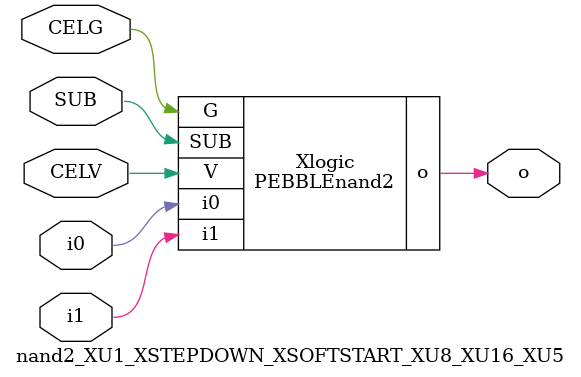
<source format=v>



module PEBBLEnand2 ( o, G, SUB, V, i0, i1 );

  input i0;
  input V;
  input i1;
  input G;
  output o;
  input SUB;
endmodule

//Celera Confidential Do Not Copy nand2_XU1_XSTEPDOWN_XSOFTSTART_XU8_XU16_XU5
//Celera Confidential Symbol Generator
//5V NAND2
module nand2_XU1_XSTEPDOWN_XSOFTSTART_XU8_XU16_XU5 (CELV,CELG,i0,i1,o,SUB);
input CELV;
input CELG;
input i0;
input i1;
input SUB;
output o;

//Celera Confidential Do Not Copy nand2
PEBBLEnand2 Xlogic(
.V (CELV),
.i0 (i0),
.i1 (i1),
.o (o),
.SUB (SUB),
.G (CELG)
);
//,diesize,PEBBLEnand2

//Celera Confidential Do Not Copy Module End
//Celera Schematic Generator
endmodule

</source>
